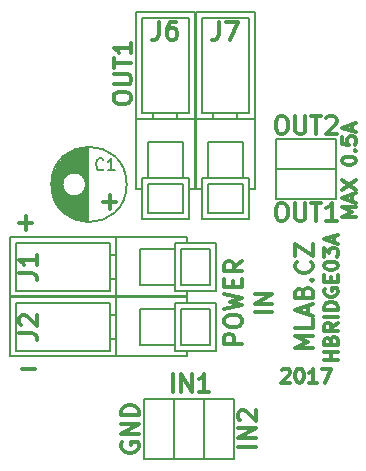
<source format=gbr>
G04 #@! TF.FileFunction,Legend,Top*
%FSLAX46Y46*%
G04 Gerber Fmt 4.6, Leading zero omitted, Abs format (unit mm)*
G04 Created by KiCad (PCBNEW (2016-09-17 revision 679eef1)-makepkg) date 01/31/17 07:00:59*
%MOMM*%
%LPD*%
G01*
G04 APERTURE LIST*
%ADD10C,1.300000*%
%ADD11C,0.300000*%
%ADD12C,0.150000*%
%ADD13C,0.304800*%
G04 APERTURE END LIST*
D10*
D11*
X23058714Y24189428D02*
X23344428Y24189428D01*
X23487285Y24118000D01*
X23630142Y23975142D01*
X23701571Y23689428D01*
X23701571Y23189428D01*
X23630142Y22903714D01*
X23487285Y22760857D01*
X23344428Y22689428D01*
X23058714Y22689428D01*
X22915857Y22760857D01*
X22773000Y22903714D01*
X22701571Y23189428D01*
X22701571Y23689428D01*
X22773000Y23975142D01*
X22915857Y24118000D01*
X23058714Y24189428D01*
X24344428Y24189428D02*
X24344428Y22975142D01*
X24415857Y22832285D01*
X24487285Y22760857D01*
X24630142Y22689428D01*
X24915857Y22689428D01*
X25058714Y22760857D01*
X25130142Y22832285D01*
X25201571Y22975142D01*
X25201571Y24189428D01*
X25701571Y24189428D02*
X26558714Y24189428D01*
X26130142Y22689428D02*
X26130142Y24189428D01*
X27844428Y22689428D02*
X26987285Y22689428D01*
X27415857Y22689428D02*
X27415857Y24189428D01*
X27273000Y23975142D01*
X27130142Y23832285D01*
X26987285Y23760857D01*
X8064571Y24276857D02*
X9207428Y24276857D01*
X8636000Y23705428D02*
X8636000Y24848285D01*
X23215857Y10067857D02*
X23273000Y10125000D01*
X23387285Y10182142D01*
X23673000Y10182142D01*
X23787285Y10125000D01*
X23844428Y10067857D01*
X23901571Y9953571D01*
X23901571Y9839285D01*
X23844428Y9667857D01*
X23158714Y8982142D01*
X23901571Y8982142D01*
X24644428Y10182142D02*
X24758714Y10182142D01*
X24873000Y10125000D01*
X24930142Y10067857D01*
X24987285Y9953571D01*
X25044428Y9725000D01*
X25044428Y9439285D01*
X24987285Y9210714D01*
X24930142Y9096428D01*
X24873000Y9039285D01*
X24758714Y8982142D01*
X24644428Y8982142D01*
X24530142Y9039285D01*
X24473000Y9096428D01*
X24415857Y9210714D01*
X24358714Y9439285D01*
X24358714Y9725000D01*
X24415857Y9953571D01*
X24473000Y10067857D01*
X24530142Y10125000D01*
X24644428Y10182142D01*
X26187285Y8982142D02*
X25501571Y8982142D01*
X25844428Y8982142D02*
X25844428Y10182142D01*
X25730142Y10010714D01*
X25615857Y9896428D01*
X25501571Y9839285D01*
X26587285Y10182142D02*
X27387285Y10182142D01*
X26873000Y8982142D01*
X27974857Y10900428D02*
X26774857Y10900428D01*
X27346285Y10900428D02*
X27346285Y11586142D01*
X27974857Y11586142D02*
X26774857Y11586142D01*
X27346285Y12557571D02*
X27403428Y12728999D01*
X27460571Y12786142D01*
X27574857Y12843285D01*
X27746285Y12843285D01*
X27860571Y12786142D01*
X27917714Y12728999D01*
X27974857Y12614714D01*
X27974857Y12157571D01*
X26774857Y12157571D01*
X26774857Y12557571D01*
X26832000Y12671857D01*
X26889142Y12728999D01*
X27003428Y12786142D01*
X27117714Y12786142D01*
X27232000Y12728999D01*
X27289142Y12671857D01*
X27346285Y12557571D01*
X27346285Y12157571D01*
X27974857Y14043285D02*
X27403428Y13643285D01*
X27974857Y13357571D02*
X26774857Y13357571D01*
X26774857Y13814714D01*
X26832000Y13928999D01*
X26889142Y13986142D01*
X27003428Y14043285D01*
X27174857Y14043285D01*
X27289142Y13986142D01*
X27346285Y13928999D01*
X27403428Y13814714D01*
X27403428Y13357571D01*
X27974857Y14557571D02*
X26774857Y14557571D01*
X27974857Y15128999D02*
X26774857Y15128999D01*
X26774857Y15414714D01*
X26832000Y15586142D01*
X26946285Y15700428D01*
X27060571Y15757571D01*
X27289142Y15814714D01*
X27460571Y15814714D01*
X27689142Y15757571D01*
X27803428Y15700428D01*
X27917714Y15586142D01*
X27974857Y15414714D01*
X27974857Y15128999D01*
X26832000Y16957571D02*
X26774857Y16843285D01*
X26774857Y16671857D01*
X26832000Y16500428D01*
X26946285Y16386142D01*
X27060571Y16328999D01*
X27289142Y16271857D01*
X27460571Y16271857D01*
X27689142Y16328999D01*
X27803428Y16386142D01*
X27917714Y16500428D01*
X27974857Y16671857D01*
X27974857Y16786142D01*
X27917714Y16957571D01*
X27860571Y17014714D01*
X27460571Y17014714D01*
X27460571Y16786142D01*
X27346285Y17528999D02*
X27346285Y17928999D01*
X27974857Y18100428D02*
X27974857Y17528999D01*
X26774857Y17528999D01*
X26774857Y18100428D01*
X26774857Y18843285D02*
X26774857Y18957571D01*
X26832000Y19071857D01*
X26889142Y19128999D01*
X27003428Y19186142D01*
X27232000Y19243285D01*
X27517714Y19243285D01*
X27746285Y19186142D01*
X27860571Y19128999D01*
X27917714Y19071857D01*
X27974857Y18957571D01*
X27974857Y18843285D01*
X27917714Y18728999D01*
X27860571Y18671857D01*
X27746285Y18614714D01*
X27517714Y18557571D01*
X27232000Y18557571D01*
X27003428Y18614714D01*
X26889142Y18671857D01*
X26832000Y18728999D01*
X26774857Y18843285D01*
X26774857Y19643285D02*
X26774857Y20386142D01*
X27232000Y19986142D01*
X27232000Y20157571D01*
X27289142Y20271857D01*
X27346285Y20328999D01*
X27460571Y20386142D01*
X27746285Y20386142D01*
X27860571Y20328999D01*
X27917714Y20271857D01*
X27974857Y20157571D01*
X27974857Y19814714D01*
X27917714Y19700428D01*
X27860571Y19643285D01*
X27632000Y20843285D02*
X27632000Y21414714D01*
X27974857Y20728999D02*
X26774857Y21128999D01*
X27974857Y21528999D01*
X25824571Y11934571D02*
X24324571Y11934571D01*
X25396000Y12434571D01*
X24324571Y12934571D01*
X25824571Y12934571D01*
X25824571Y14363142D02*
X25824571Y13648857D01*
X24324571Y13648857D01*
X25396000Y14791714D02*
X25396000Y15506000D01*
X25824571Y14648857D02*
X24324571Y15148857D01*
X25824571Y15648857D01*
X25038857Y16648857D02*
X25110285Y16863142D01*
X25181714Y16934571D01*
X25324571Y17006000D01*
X25538857Y17006000D01*
X25681714Y16934571D01*
X25753142Y16863142D01*
X25824571Y16720285D01*
X25824571Y16148857D01*
X24324571Y16148857D01*
X24324571Y16648857D01*
X24396000Y16791714D01*
X24467428Y16863142D01*
X24610285Y16934571D01*
X24753142Y16934571D01*
X24896000Y16863142D01*
X24967428Y16791714D01*
X25038857Y16648857D01*
X25038857Y16148857D01*
X25681714Y17648857D02*
X25753142Y17720285D01*
X25824571Y17648857D01*
X25753142Y17577428D01*
X25681714Y17648857D01*
X25824571Y17648857D01*
X25681714Y19220285D02*
X25753142Y19148857D01*
X25824571Y18934571D01*
X25824571Y18791714D01*
X25753142Y18577428D01*
X25610285Y18434571D01*
X25467428Y18363142D01*
X25181714Y18291714D01*
X24967428Y18291714D01*
X24681714Y18363142D01*
X24538857Y18434571D01*
X24396000Y18577428D01*
X24324571Y18791714D01*
X24324571Y18934571D01*
X24396000Y19148857D01*
X24467428Y19220285D01*
X24324571Y19720285D02*
X24324571Y20720285D01*
X25824571Y19720285D01*
X25824571Y20720285D01*
X1206571Y10179857D02*
X2349428Y10179857D01*
X8957571Y32964714D02*
X8957571Y33250428D01*
X9029000Y33393285D01*
X9171857Y33536142D01*
X9457571Y33607571D01*
X9957571Y33607571D01*
X10243285Y33536142D01*
X10386142Y33393285D01*
X10457571Y33250428D01*
X10457571Y32964714D01*
X10386142Y32821857D01*
X10243285Y32679000D01*
X9957571Y32607571D01*
X9457571Y32607571D01*
X9171857Y32679000D01*
X9029000Y32821857D01*
X8957571Y32964714D01*
X8957571Y34250428D02*
X10171857Y34250428D01*
X10314714Y34321857D01*
X10386142Y34393285D01*
X10457571Y34536142D01*
X10457571Y34821857D01*
X10386142Y34964714D01*
X10314714Y35036142D01*
X10171857Y35107571D01*
X8957571Y35107571D01*
X8957571Y35607571D02*
X8957571Y36464714D01*
X10457571Y36036142D02*
X8957571Y36036142D01*
X10457571Y37750428D02*
X10457571Y36893285D01*
X10457571Y37321857D02*
X8957571Y37321857D01*
X9171857Y37179000D01*
X9314714Y37036142D01*
X9386142Y36893285D01*
X23058714Y31555428D02*
X23344428Y31555428D01*
X23487285Y31484000D01*
X23630142Y31341142D01*
X23701571Y31055428D01*
X23701571Y30555428D01*
X23630142Y30269714D01*
X23487285Y30126857D01*
X23344428Y30055428D01*
X23058714Y30055428D01*
X22915857Y30126857D01*
X22773000Y30269714D01*
X22701571Y30555428D01*
X22701571Y31055428D01*
X22773000Y31341142D01*
X22915857Y31484000D01*
X23058714Y31555428D01*
X24344428Y31555428D02*
X24344428Y30341142D01*
X24415857Y30198285D01*
X24487285Y30126857D01*
X24630142Y30055428D01*
X24915857Y30055428D01*
X25058714Y30126857D01*
X25130142Y30198285D01*
X25201571Y30341142D01*
X25201571Y31555428D01*
X25701571Y31555428D02*
X26558714Y31555428D01*
X26130142Y30055428D02*
X26130142Y31555428D01*
X26987285Y31412571D02*
X27058714Y31484000D01*
X27201571Y31555428D01*
X27558714Y31555428D01*
X27701571Y31484000D01*
X27773000Y31412571D01*
X27844428Y31269714D01*
X27844428Y31126857D01*
X27773000Y30912571D01*
X26915857Y30055428D01*
X27844428Y30055428D01*
X29498857Y23038285D02*
X28298857Y23038285D01*
X29156000Y23438285D01*
X28298857Y23838285D01*
X29498857Y23838285D01*
X29156000Y24352571D02*
X29156000Y24924000D01*
X29498857Y24238285D02*
X28298857Y24638285D01*
X29498857Y25038285D01*
X28298857Y25324000D02*
X29498857Y26124000D01*
X28298857Y26124000D02*
X29498857Y25324000D01*
X28298857Y27724000D02*
X28298857Y27838285D01*
X28356000Y27952571D01*
X28413142Y28009714D01*
X28527428Y28066857D01*
X28756000Y28124000D01*
X29041714Y28124000D01*
X29270285Y28066857D01*
X29384571Y28009714D01*
X29441714Y27952571D01*
X29498857Y27838285D01*
X29498857Y27724000D01*
X29441714Y27609714D01*
X29384571Y27552571D01*
X29270285Y27495428D01*
X29041714Y27438285D01*
X28756000Y27438285D01*
X28527428Y27495428D01*
X28413142Y27552571D01*
X28356000Y27609714D01*
X28298857Y27724000D01*
X29384571Y28638285D02*
X29441714Y28695428D01*
X29498857Y28638285D01*
X29441714Y28581142D01*
X29384571Y28638285D01*
X29498857Y28638285D01*
X28298857Y29781142D02*
X28298857Y29209714D01*
X28870285Y29152571D01*
X28813142Y29209714D01*
X28756000Y29324000D01*
X28756000Y29609714D01*
X28813142Y29724000D01*
X28870285Y29781142D01*
X28984571Y29838285D01*
X29270285Y29838285D01*
X29384571Y29781142D01*
X29441714Y29724000D01*
X29498857Y29609714D01*
X29498857Y29324000D01*
X29441714Y29209714D01*
X29384571Y29152571D01*
X29156000Y30295428D02*
X29156000Y30866857D01*
X29498857Y30181142D02*
X28298857Y30581142D01*
X29498857Y30981142D01*
X19850571Y12283714D02*
X18350571Y12283714D01*
X18350571Y12855142D01*
X18422000Y12998000D01*
X18493428Y13069428D01*
X18636285Y13140857D01*
X18850571Y13140857D01*
X18993428Y13069428D01*
X19064857Y12998000D01*
X19136285Y12855142D01*
X19136285Y12283714D01*
X18350571Y14069428D02*
X18350571Y14355142D01*
X18422000Y14498000D01*
X18564857Y14640857D01*
X18850571Y14712285D01*
X19350571Y14712285D01*
X19636285Y14640857D01*
X19779142Y14498000D01*
X19850571Y14355142D01*
X19850571Y14069428D01*
X19779142Y13926571D01*
X19636285Y13783714D01*
X19350571Y13712285D01*
X18850571Y13712285D01*
X18564857Y13783714D01*
X18422000Y13926571D01*
X18350571Y14069428D01*
X18350571Y15212285D02*
X19850571Y15569428D01*
X18779142Y15855142D01*
X19850571Y16140857D01*
X18350571Y16498000D01*
X19064857Y17069428D02*
X19064857Y17569428D01*
X19850571Y17783714D02*
X19850571Y17069428D01*
X18350571Y17069428D01*
X18350571Y17783714D01*
X19850571Y19283714D02*
X19136285Y18783714D01*
X19850571Y18426571D02*
X18350571Y18426571D01*
X18350571Y18998000D01*
X18422000Y19140857D01*
X18493428Y19212285D01*
X18636285Y19283714D01*
X18850571Y19283714D01*
X18993428Y19212285D01*
X19064857Y19140857D01*
X19136285Y18998000D01*
X19136285Y18426571D01*
X22400571Y14962285D02*
X20900571Y14962285D01*
X22400571Y15676571D02*
X20900571Y15676571D01*
X22400571Y16533714D01*
X20900571Y16533714D01*
X952571Y22498857D02*
X2095428Y22498857D01*
X1524000Y21927428D02*
X1524000Y23070285D01*
X9664000Y3937142D02*
X9592571Y3794285D01*
X9592571Y3580000D01*
X9664000Y3365714D01*
X9806857Y3222857D01*
X9949714Y3151428D01*
X10235428Y3080000D01*
X10449714Y3080000D01*
X10735428Y3151428D01*
X10878285Y3222857D01*
X11021142Y3365714D01*
X11092571Y3580000D01*
X11092571Y3722857D01*
X11021142Y3937142D01*
X10949714Y4008571D01*
X10449714Y4008571D01*
X10449714Y3722857D01*
X11092571Y4651428D02*
X9592571Y4651428D01*
X11092571Y5508571D01*
X9592571Y5508571D01*
X11092571Y6222857D02*
X9592571Y6222857D01*
X9592571Y6580000D01*
X9664000Y6794285D01*
X9806857Y6937142D01*
X9949714Y7008571D01*
X10235428Y7080000D01*
X10449714Y7080000D01*
X10735428Y7008571D01*
X10878285Y6937142D01*
X11021142Y6794285D01*
X11092571Y6580000D01*
X11092571Y6222857D01*
X20998571Y3580000D02*
X19498571Y3580000D01*
X20998571Y4294285D02*
X19498571Y4294285D01*
X20998571Y5151428D01*
X19498571Y5151428D01*
X19641428Y5794285D02*
X19570000Y5865714D01*
X19498571Y6008571D01*
X19498571Y6365714D01*
X19570000Y6508571D01*
X19641428Y6580000D01*
X19784285Y6651428D01*
X19927142Y6651428D01*
X20141428Y6580000D01*
X20998571Y5722857D01*
X20998571Y6651428D01*
X13993999Y8211428D02*
X13993999Y9711428D01*
X14708285Y8211428D02*
X14708285Y9711428D01*
X15565428Y8211428D01*
X15565428Y9711428D01*
X17065428Y8211428D02*
X16208285Y8211428D01*
X16636857Y8211428D02*
X16636857Y9711428D01*
X16493999Y9497142D01*
X16351142Y9354285D01*
X16208285Y9282857D01*
D12*
X15160000Y16296000D02*
X15160000Y16796000D01*
X15160000Y20796000D02*
X15160000Y21296000D01*
X9160000Y16295900D02*
X9160000Y21296100D01*
X160000Y16295900D02*
X160000Y21296100D01*
X17160000Y17295000D02*
X17160000Y20297000D01*
X14660100Y17295000D02*
X14660100Y20297000D01*
X17660100Y20796000D02*
X17660100Y16796000D01*
X14160000Y20796000D02*
X14160000Y16796000D01*
X11160000Y17295900D02*
X11160000Y20296100D01*
X8659900Y20796000D02*
X8659900Y16796000D01*
X659900Y16796000D02*
X659900Y20796000D01*
X8659900Y17796000D02*
X9160000Y17796000D01*
X14660100Y17296000D02*
X17160000Y17296000D01*
X14160000Y16796000D02*
X17660100Y16796000D01*
X8659900Y19796000D02*
X9160000Y19796000D01*
X14660100Y20296000D02*
X17160000Y20296000D01*
X14160000Y20796000D02*
X17661000Y20796000D01*
X11160000Y17296000D02*
X14160000Y17296000D01*
X659900Y16796000D02*
X8659900Y16796000D01*
X9160000Y16296000D02*
X15160000Y16296000D01*
X11160000Y20296000D02*
X14160000Y20296000D01*
X659900Y20796000D02*
X8659900Y20796000D01*
X9160000Y21296000D02*
X15160000Y21296000D01*
X9160000Y16296000D02*
X160000Y16296000D01*
X160000Y21296000D02*
X9160000Y21296000D01*
X160000Y16216000D02*
X9160000Y16216000D01*
X9160000Y11216000D02*
X160000Y11216000D01*
X9160000Y16216000D02*
X15160000Y16216000D01*
X659900Y15716000D02*
X8659900Y15716000D01*
X11160000Y15216000D02*
X14160000Y15216000D01*
X9160000Y11216000D02*
X15160000Y11216000D01*
X659900Y11716000D02*
X8659900Y11716000D01*
X11160000Y12216000D02*
X14160000Y12216000D01*
X14160000Y15716000D02*
X17661000Y15716000D01*
X14660100Y15216000D02*
X17160000Y15216000D01*
X8659900Y14716000D02*
X9160000Y14716000D01*
X14160000Y11716000D02*
X17660100Y11716000D01*
X14660100Y12216000D02*
X17160000Y12216000D01*
X8659900Y12716000D02*
X9160000Y12716000D01*
X659900Y11716000D02*
X659900Y15716000D01*
X8659900Y15716000D02*
X8659900Y11716000D01*
X11160000Y12215900D02*
X11160000Y15216100D01*
X14160000Y15716000D02*
X14160000Y11716000D01*
X17660100Y15716000D02*
X17660100Y11716000D01*
X14660100Y12215000D02*
X14660100Y15217000D01*
X17160000Y12215000D02*
X17160000Y15217000D01*
X160000Y11215900D02*
X160000Y16216100D01*
X9160000Y11215900D02*
X9160000Y16216100D01*
X15160000Y15716000D02*
X15160000Y16216000D01*
X15160000Y11216000D02*
X15160000Y11716000D01*
X14097000Y2540000D02*
X14097000Y7620000D01*
X14097000Y7620000D02*
X16637000Y7620000D01*
X16637000Y7620000D02*
X16637000Y2540000D01*
X16637000Y2540000D02*
X14097000Y2540000D01*
X19177000Y2540000D02*
X16637000Y2540000D01*
X19177000Y7620000D02*
X19177000Y2540000D01*
X16637000Y7620000D02*
X19177000Y7620000D01*
X16637000Y2540000D02*
X16637000Y7620000D01*
X11557000Y2540000D02*
X11557000Y7620000D01*
X11557000Y7620000D02*
X14097000Y7620000D01*
X14097000Y7620000D02*
X14097000Y2540000D01*
X14097000Y2540000D02*
X11557000Y2540000D01*
X15835000Y40353000D02*
X15835000Y31353000D01*
X10835000Y31353000D02*
X10835000Y40353000D01*
X15835000Y31353000D02*
X15835000Y25353000D01*
X15335000Y39853100D02*
X15335000Y31853100D01*
X14835000Y29353000D02*
X14835000Y26353000D01*
X10835000Y31353000D02*
X10835000Y25353000D01*
X11335000Y39853100D02*
X11335000Y31853100D01*
X11835000Y29353000D02*
X11835000Y26353000D01*
X15335000Y26353000D02*
X15335000Y22852000D01*
X14835000Y25852900D02*
X14835000Y23353000D01*
X14335000Y31853100D02*
X14335000Y31353000D01*
X11335000Y26353000D02*
X11335000Y22852900D01*
X11835000Y25852900D02*
X11835000Y23353000D01*
X12335000Y31853100D02*
X12335000Y31353000D01*
X11335000Y39853100D02*
X15335000Y39853100D01*
X15335000Y31853100D02*
X11335000Y31853100D01*
X11834900Y29353000D02*
X14835100Y29353000D01*
X15335000Y26353000D02*
X11335000Y26353000D01*
X15335000Y22852900D02*
X11335000Y22852900D01*
X11834000Y25852900D02*
X14836000Y25852900D01*
X11834000Y23353000D02*
X14836000Y23353000D01*
X10834900Y40353000D02*
X15835100Y40353000D01*
X10834900Y31353000D02*
X15835100Y31353000D01*
X15335000Y25353000D02*
X15835000Y25353000D01*
X10835000Y25353000D02*
X11335000Y25353000D01*
X15915000Y25353000D02*
X16415000Y25353000D01*
X20415000Y25353000D02*
X20915000Y25353000D01*
X15914900Y31353000D02*
X20915100Y31353000D01*
X15914900Y40353000D02*
X20915100Y40353000D01*
X16914000Y23353000D02*
X19916000Y23353000D01*
X16914000Y25852900D02*
X19916000Y25852900D01*
X20415000Y22852900D02*
X16415000Y22852900D01*
X20415000Y26353000D02*
X16415000Y26353000D01*
X16914900Y29353000D02*
X19915100Y29353000D01*
X20415000Y31853100D02*
X16415000Y31853100D01*
X16415000Y39853100D02*
X20415000Y39853100D01*
X17415000Y31853100D02*
X17415000Y31353000D01*
X16915000Y25852900D02*
X16915000Y23353000D01*
X16415000Y26353000D02*
X16415000Y22852900D01*
X19415000Y31853100D02*
X19415000Y31353000D01*
X19915000Y25852900D02*
X19915000Y23353000D01*
X20415000Y26353000D02*
X20415000Y22852000D01*
X16915000Y29353000D02*
X16915000Y26353000D01*
X16415000Y39853100D02*
X16415000Y31853100D01*
X15915000Y31353000D02*
X15915000Y25353000D01*
X19915000Y29353000D02*
X19915000Y26353000D01*
X20415000Y39853100D02*
X20415000Y31853100D01*
X20915000Y31353000D02*
X20915000Y25353000D01*
X15915000Y31353000D02*
X15915000Y40353000D01*
X20915000Y40353000D02*
X20915000Y31353000D01*
X10065500Y25781000D02*
G75*
G03X10065500Y25781000I-3187500J0D01*
G01*
X6628000Y25781000D02*
G75*
G03X6628000Y25781000I-1000000J0D01*
G01*
X3863000Y24869000D02*
X3863000Y26693000D01*
X4003000Y24494000D02*
X4003000Y27068000D01*
X4143000Y24218000D02*
X4143000Y27344000D01*
X4283000Y23995000D02*
X4283000Y27567000D01*
X4423000Y23807000D02*
X4423000Y27755000D01*
X4563000Y23645000D02*
X4563000Y27917000D01*
X4703000Y26161000D02*
X4703000Y28060000D01*
X4703000Y23502000D02*
X4703000Y25401000D01*
X4843000Y26400000D02*
X4843000Y28185000D01*
X4843000Y23377000D02*
X4843000Y25162000D01*
X4983000Y26545000D02*
X4983000Y28297000D01*
X4983000Y23265000D02*
X4983000Y25017000D01*
X5123000Y26644000D02*
X5123000Y28397000D01*
X5123000Y23165000D02*
X5123000Y24918000D01*
X5263000Y26712000D02*
X5263000Y28485000D01*
X5263000Y23077000D02*
X5263000Y24850000D01*
X5403000Y26755000D02*
X5403000Y28564000D01*
X5403000Y22998000D02*
X5403000Y24807000D01*
X5543000Y26777000D02*
X5543000Y28634000D01*
X5543000Y22928000D02*
X5543000Y24785000D01*
X5683000Y26779000D02*
X5683000Y28696000D01*
X5683000Y22866000D02*
X5683000Y24783000D01*
X5823000Y26762000D02*
X5823000Y28749000D01*
X5823000Y22813000D02*
X5823000Y24800000D01*
X5963000Y26723000D02*
X5963000Y28795000D01*
X5963000Y22767000D02*
X5963000Y24839000D01*
X6103000Y26661000D02*
X6103000Y28834000D01*
X6103000Y22728000D02*
X6103000Y24901000D01*
X6243000Y26570000D02*
X6243000Y28866000D01*
X6243000Y22696000D02*
X6243000Y24992000D01*
X6383000Y26437000D02*
X6383000Y28892000D01*
X6383000Y22670000D02*
X6383000Y25125000D01*
X6523000Y26227000D02*
X6523000Y28911000D01*
X6523000Y22651000D02*
X6523000Y25335000D01*
X6663000Y22638000D02*
X6663000Y28924000D01*
X6803000Y22632000D02*
X6803000Y28930000D01*
X22733000Y24511000D02*
X22733000Y27051000D01*
X27813000Y24511000D02*
X22733000Y24511000D01*
X27813000Y27051000D02*
X27813000Y24511000D01*
X22733000Y27051000D02*
X27813000Y27051000D01*
X22733000Y29591000D02*
X27813000Y29591000D01*
X27813000Y29591000D02*
X27813000Y27051000D01*
X27813000Y27051000D02*
X22733000Y27051000D01*
X22733000Y27051000D02*
X22733000Y29591000D01*
D13*
X943428Y18288000D02*
X2032000Y18288000D01*
X2249714Y18215428D01*
X2394857Y18070285D01*
X2467428Y17852571D01*
X2467428Y17707428D01*
X2467428Y19812000D02*
X2467428Y18941142D01*
X2467428Y19376571D02*
X943428Y19376571D01*
X1161142Y19231428D01*
X1306285Y19086285D01*
X1378857Y18941142D01*
X943428Y13208000D02*
X2032000Y13208000D01*
X2249714Y13135428D01*
X2394857Y12990285D01*
X2467428Y12772571D01*
X2467428Y12627428D01*
X1088571Y13861142D02*
X1016000Y13933714D01*
X943428Y14078857D01*
X943428Y14441714D01*
X1016000Y14586857D01*
X1088571Y14659428D01*
X1233714Y14732000D01*
X1378857Y14732000D01*
X1596571Y14659428D01*
X2467428Y13788571D01*
X2467428Y14732000D01*
X12827000Y39569571D02*
X12827000Y38481000D01*
X12754428Y38263285D01*
X12609285Y38118142D01*
X12391571Y38045571D01*
X12246428Y38045571D01*
X14205857Y39569571D02*
X13915571Y39569571D01*
X13770428Y39497000D01*
X13697857Y39424428D01*
X13552714Y39206714D01*
X13480142Y38916428D01*
X13480142Y38335857D01*
X13552714Y38190714D01*
X13625285Y38118142D01*
X13770428Y38045571D01*
X14060714Y38045571D01*
X14205857Y38118142D01*
X14278428Y38190714D01*
X14351000Y38335857D01*
X14351000Y38698714D01*
X14278428Y38843857D01*
X14205857Y38916428D01*
X14060714Y38989000D01*
X13770428Y38989000D01*
X13625285Y38916428D01*
X13552714Y38843857D01*
X13480142Y38698714D01*
X17907000Y39569571D02*
X17907000Y38481000D01*
X17834428Y38263285D01*
X17689285Y38118142D01*
X17471571Y38045571D01*
X17326428Y38045571D01*
X18487571Y39569571D02*
X19503571Y39569571D01*
X18850428Y38045571D01*
D12*
X8088333Y27074857D02*
X8040714Y27027238D01*
X7897857Y26979619D01*
X7802619Y26979619D01*
X7659761Y27027238D01*
X7564523Y27122476D01*
X7516904Y27217714D01*
X7469285Y27408190D01*
X7469285Y27551047D01*
X7516904Y27741523D01*
X7564523Y27836761D01*
X7659761Y27932000D01*
X7802619Y27979619D01*
X7897857Y27979619D01*
X8040714Y27932000D01*
X8088333Y27884380D01*
X9040714Y26979619D02*
X8469285Y26979619D01*
X8755000Y26979619D02*
X8755000Y27979619D01*
X8659761Y27836761D01*
X8564523Y27741523D01*
X8469285Y27693904D01*
M02*

</source>
